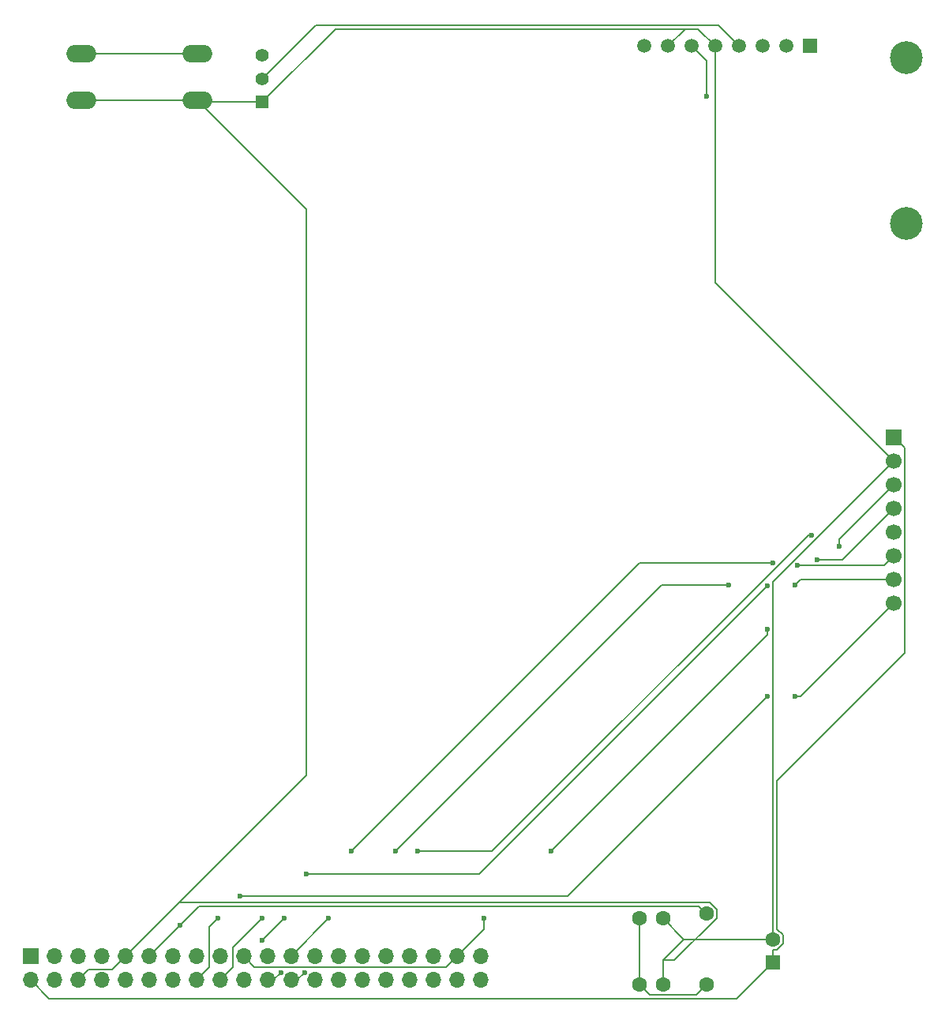
<source format=gbr>
%TF.GenerationSoftware,KiCad,Pcbnew,9.0.2*%
%TF.CreationDate,2025-06-25T13:35:58-04:00*%
%TF.ProjectId,PaperCam_Kicad,50617065-7243-4616-9d5f-4b696361642e,rev?*%
%TF.SameCoordinates,Original*%
%TF.FileFunction,Copper,L1,Top*%
%TF.FilePolarity,Positive*%
%FSLAX46Y46*%
G04 Gerber Fmt 4.6, Leading zero omitted, Abs format (unit mm)*
G04 Created by KiCad (PCBNEW 9.0.2) date 2025-06-25 13:35:58*
%MOMM*%
%LPD*%
G01*
G04 APERTURE LIST*
G04 Aperture macros list*
%AMRoundRect*
0 Rectangle with rounded corners*
0 $1 Rounding radius*
0 $2 $3 $4 $5 $6 $7 $8 $9 X,Y pos of 4 corners*
0 Add a 4 corners polygon primitive as box body*
4,1,4,$2,$3,$4,$5,$6,$7,$8,$9,$2,$3,0*
0 Add four circle primitives for the rounded corners*
1,1,$1+$1,$2,$3*
1,1,$1+$1,$4,$5*
1,1,$1+$1,$6,$7*
1,1,$1+$1,$8,$9*
0 Add four rect primitives between the rounded corners*
20,1,$1+$1,$2,$3,$4,$5,0*
20,1,$1+$1,$4,$5,$6,$7,0*
20,1,$1+$1,$6,$7,$8,$9,0*
20,1,$1+$1,$8,$9,$2,$3,0*%
G04 Aperture macros list end*
%TA.AperFunction,ComponentPad*%
%ADD10C,1.600000*%
%TD*%
%TA.AperFunction,ComponentPad*%
%ADD11RoundRect,0.250000X0.550000X-0.550000X0.550000X0.550000X-0.550000X0.550000X-0.550000X-0.550000X0*%
%TD*%
%TA.AperFunction,ComponentPad*%
%ADD12R,1.700000X1.700000*%
%TD*%
%TA.AperFunction,ComponentPad*%
%ADD13O,1.700000X1.700000*%
%TD*%
%TA.AperFunction,ComponentPad*%
%ADD14R,1.508000X1.508000*%
%TD*%
%TA.AperFunction,ComponentPad*%
%ADD15C,1.508000*%
%TD*%
%TA.AperFunction,ComponentPad*%
%ADD16C,3.516000*%
%TD*%
%TA.AperFunction,ComponentPad*%
%ADD17R,1.408000X1.408000*%
%TD*%
%TA.AperFunction,ComponentPad*%
%ADD18C,1.408000*%
%TD*%
%TA.AperFunction,ComponentPad*%
%ADD19C,1.700000*%
%TD*%
%TA.AperFunction,ComponentPad*%
%ADD20O,3.200000X1.900000*%
%TD*%
%TA.AperFunction,ViaPad*%
%ADD21C,0.600000*%
%TD*%
%TA.AperFunction,Conductor*%
%ADD22C,0.200000*%
%TD*%
G04 APERTURE END LIST*
D10*
%TO.P,C1,1*%
%TO.N,+3V3*%
X76200000Y-104775000D03*
%TO.P,C1,2*%
%TO.N,GND*%
X78700000Y-104775000D03*
%TD*%
D11*
%TO.P,C3,1*%
%TO.N,+5V*%
X90487500Y-102393750D03*
D10*
%TO.P,C3,2*%
%TO.N,GND*%
X90487500Y-99893750D03*
%TD*%
%TO.P,R1,1*%
%TO.N,Net-(CameraButton1-Pad1)*%
X83343750Y-97155000D03*
%TO.P,R1,2*%
%TO.N,+3V3*%
X83343750Y-104775000D03*
%TD*%
%TO.P,C2,1*%
%TO.N,+3V3*%
X76200000Y-97631250D03*
%TO.P,C2,2*%
%TO.N,GND*%
X78700000Y-97631250D03*
%TD*%
D12*
%TO.P,RaspberryPiGPIO1,1,1*%
%TO.N,+3V3*%
X10863750Y-101742500D03*
D13*
%TO.P,RaspberryPiGPIO1,2,2*%
%TO.N,+5V*%
X10863750Y-104282500D03*
%TO.P,RaspberryPiGPIO1,3,3*%
%TO.N,unconnected-(RaspberryPiGPIO1-Pad3)*%
X13403750Y-101742500D03*
%TO.P,RaspberryPiGPIO1,4,4*%
%TO.N,unconnected-(RaspberryPiGPIO1-Pad4)*%
X13403750Y-104282500D03*
%TO.P,RaspberryPiGPIO1,5,5*%
%TO.N,unconnected-(RaspberryPiGPIO1-Pad5)*%
X15943750Y-101742500D03*
%TO.P,RaspberryPiGPIO1,6,6*%
%TO.N,GND*%
X15943750Y-104282500D03*
%TO.P,RaspberryPiGPIO1,7,7*%
%TO.N,unconnected-(RaspberryPiGPIO1-Pad7)*%
X18483750Y-101742500D03*
%TO.P,RaspberryPiGPIO1,8,8*%
%TO.N,unconnected-(RaspberryPiGPIO1-Pad8)*%
X18483750Y-104282500D03*
%TO.P,RaspberryPiGPIO1,9,9*%
%TO.N,GND*%
X21023750Y-101742500D03*
%TO.P,RaspberryPiGPIO1,10,10*%
%TO.N,unconnected-(RaspberryPiGPIO1-Pad10)*%
X21023750Y-104282500D03*
%TO.P,RaspberryPiGPIO1,11,11*%
%TO.N,Net-(CameraButton1-Pad1)*%
X23563750Y-101742500D03*
%TO.P,RaspberryPiGPIO1,12,12*%
%TO.N,unconnected-(RaspberryPiGPIO1-Pad12)*%
X23563750Y-104282500D03*
%TO.P,RaspberryPiGPIO1,13,13*%
%TO.N,unconnected-(RaspberryPiGPIO1-Pad13)*%
X26103750Y-101742500D03*
%TO.P,RaspberryPiGPIO1,14,14*%
%TO.N,unconnected-(RaspberryPiGPIO1-Pad14)*%
X26103750Y-104282500D03*
%TO.P,RaspberryPiGPIO1,15,15*%
%TO.N,unconnected-(RaspberryPiGPIO1-Pad15)*%
X28643750Y-101742500D03*
%TO.P,RaspberryPiGPIO1,16,16*%
%TO.N,/BUSY*%
X28643750Y-104282500D03*
%TO.P,RaspberryPiGPIO1,17,17*%
%TO.N,unconnected-(RaspberryPiGPIO1-Pad17)*%
X31183750Y-101742500D03*
%TO.P,RaspberryPiGPIO1,18,18*%
%TO.N,/RST*%
X31183750Y-104282500D03*
%TO.P,RaspberryPiGPIO1,19,19*%
%TO.N,/DIN*%
X33723750Y-101742500D03*
%TO.P,RaspberryPiGPIO1,20,20*%
%TO.N,unconnected-(RaspberryPiGPIO1-Pad20)*%
X33723750Y-104282500D03*
%TO.P,RaspberryPiGPIO1,21,21*%
%TO.N,unconnected-(RaspberryPiGPIO1-Pad21)*%
X36263750Y-101742500D03*
%TO.P,RaspberryPiGPIO1,22,22*%
%TO.N,/DC*%
X36263750Y-104282500D03*
%TO.P,RaspberryPiGPIO1,23,23*%
%TO.N,/CLK*%
X38803750Y-101742500D03*
%TO.P,RaspberryPiGPIO1,24,24*%
%TO.N,/CS*%
X38803750Y-104282500D03*
%TO.P,RaspberryPiGPIO1,25,25*%
%TO.N,unconnected-(RaspberryPiGPIO1-Pad25)*%
X41343750Y-101742500D03*
%TO.P,RaspberryPiGPIO1,26,26*%
%TO.N,unconnected-(RaspberryPiGPIO1-Pad26)*%
X41343750Y-104282500D03*
%TO.P,RaspberryPiGPIO1,27,27*%
%TO.N,unconnected-(RaspberryPiGPIO1-Pad27)*%
X43883750Y-101742500D03*
%TO.P,RaspberryPiGPIO1,28,28*%
%TO.N,unconnected-(RaspberryPiGPIO1-Pad28)*%
X43883750Y-104282500D03*
%TO.P,RaspberryPiGPIO1,29,29*%
%TO.N,unconnected-(RaspberryPiGPIO1-Pad29)*%
X46423750Y-101742500D03*
%TO.P,RaspberryPiGPIO1,30,30*%
%TO.N,unconnected-(RaspberryPiGPIO1-Pad30)*%
X46423750Y-104282500D03*
%TO.P,RaspberryPiGPIO1,31,31*%
%TO.N,unconnected-(RaspberryPiGPIO1-Pad31)*%
X48963750Y-101742500D03*
%TO.P,RaspberryPiGPIO1,32,32*%
%TO.N,unconnected-(RaspberryPiGPIO1-Pad32)*%
X48963750Y-104282500D03*
%TO.P,RaspberryPiGPIO1,33,33*%
%TO.N,unconnected-(RaspberryPiGPIO1-Pad33)*%
X51503750Y-101742500D03*
%TO.P,RaspberryPiGPIO1,34,34*%
%TO.N,unconnected-(RaspberryPiGPIO1-Pad34)*%
X51503750Y-104282500D03*
%TO.P,RaspberryPiGPIO1,35,35*%
%TO.N,unconnected-(RaspberryPiGPIO1-Pad35)*%
X54043750Y-101742500D03*
%TO.P,RaspberryPiGPIO1,36,36*%
%TO.N,unconnected-(RaspberryPiGPIO1-Pad36)*%
X54043750Y-104282500D03*
%TO.P,RaspberryPiGPIO1,37,37*%
%TO.N,/DIN*%
X56583750Y-101742500D03*
%TO.P,RaspberryPiGPIO1,38,38*%
%TO.N,unconnected-(RaspberryPiGPIO1-Pad38)*%
X56583750Y-104282500D03*
%TO.P,RaspberryPiGPIO1,39,39*%
%TO.N,unconnected-(RaspberryPiGPIO1-Pad39)*%
X59123750Y-101742500D03*
%TO.P,RaspberryPiGPIO1,40,40*%
%TO.N,unconnected-(RaspberryPiGPIO1-Pad40)*%
X59123750Y-104282500D03*
%TD*%
D14*
%TO.P,U1,1,VBUS*%
%TO.N,unconnected-(U1-VBUS-Pad1)*%
X94488000Y-4127500D03*
D15*
%TO.P,U1,2,VLIPO*%
%TO.N,unconnected-(U1-VLIPO-Pad2)*%
X91948000Y-4127500D03*
%TO.P,U1,3,VBAT*%
%TO.N,unconnected-(U1-VBAT-Pad3)*%
X89408000Y-4127500D03*
%TO.P,U1,4,EN*%
%TO.N,Net-(PowerSwitch1-B)*%
X86868000Y-4127500D03*
%TO.P,U1,5,GND*%
%TO.N,GND*%
X84328000Y-4127500D03*
%TO.P,U1,6,LBO*%
%TO.N,/DIN*%
X81788000Y-4127500D03*
%TO.P,U1,7,GND*%
%TO.N,GND*%
X79248000Y-4127500D03*
%TO.P,U1,8,5V*%
%TO.N,+5V*%
X76708000Y-4127500D03*
D16*
%TO.P,U1,P1*%
%TO.N,N/C*%
X104775000Y-5397500D03*
%TO.P,U1,P2*%
X104775000Y-23177500D03*
%TD*%
D17*
%TO.P,PowerSwitch1,1,A*%
%TO.N,GND*%
X35694745Y-10142305D03*
D18*
%TO.P,PowerSwitch1,2,B*%
%TO.N,Net-(PowerSwitch1-B)*%
X35694745Y-7642305D03*
%TO.P,PowerSwitch1,3,C*%
%TO.N,unconnected-(PowerSwitch1-C-Pad3)*%
X35694745Y-5142305D03*
%TD*%
D12*
%TO.P,Display1,1,Pin_1*%
%TO.N,+5V*%
X103460219Y-46071437D03*
D19*
%TO.P,Display1,2,Pin_2*%
%TO.N,GND*%
X103460219Y-48611437D03*
%TO.P,Display1,3,Pin_3*%
%TO.N,/DIN*%
X103460219Y-51151437D03*
%TO.P,Display1,4,Pin_4*%
%TO.N,/CLK*%
X103460219Y-53691437D03*
%TO.P,Display1,5,Pin_5*%
%TO.N,/CS*%
X103460219Y-56231437D03*
%TO.P,Display1,6,Pin_6*%
%TO.N,/DC*%
X103460219Y-58771437D03*
%TO.P,Display1,7,Pin_7*%
%TO.N,/RST*%
X103460219Y-61311437D03*
%TO.P,Display1,8,Pin_8*%
%TO.N,/BUSY*%
X103460219Y-63851437D03*
%TD*%
D20*
%TO.P,CameraButton1,1,1*%
%TO.N,Net-(CameraButton1-Pad1)*%
X28791828Y-4908870D03*
X16291828Y-4908870D03*
%TO.P,CameraButton1,2,2*%
%TO.N,GND*%
X28791828Y-9908870D03*
X16291828Y-9908870D03*
%TD*%
D21*
%TO.N,Net-(CameraButton1-Pad1)*%
X26934375Y-98371875D03*
%TO.N,/DC*%
X35718750Y-100012500D03*
X45243750Y-90487500D03*
X90487500Y-59531250D03*
X37708313Y-103493500D03*
X93128843Y-59791343D03*
X38100000Y-97631250D03*
%TO.N,/BUSY*%
X30956250Y-97631250D03*
X89887500Y-73818750D03*
X92868750Y-73818750D03*
X33337500Y-95250000D03*
%TO.N,/CS*%
X94661563Y-56561563D03*
X40248314Y-103493500D03*
X52387500Y-90487500D03*
%TO.N,/CLK*%
X50006250Y-90487500D03*
X95250000Y-59191343D03*
X42862500Y-97631250D03*
X85725000Y-61912500D03*
%TO.N,/RST*%
X89887500Y-61964274D03*
X92868750Y-61912500D03*
X35718750Y-97631250D03*
X40481250Y-92868750D03*
%TO.N,/DIN*%
X97631250Y-57750000D03*
X89887500Y-66675000D03*
X83343750Y-9525000D03*
X59531250Y-97631250D03*
X66675000Y-90487500D03*
%TD*%
D22*
%TO.N,+5V*%
X90487500Y-102393750D02*
X90487500Y-100994750D01*
X90487500Y-100994750D02*
X90943550Y-100994750D01*
X90943550Y-100994750D02*
X91588500Y-100349800D01*
X91588500Y-100349800D02*
X91588500Y-99437700D01*
X91588500Y-99437700D02*
X90943550Y-98792750D01*
X90943550Y-98792750D02*
X90888500Y-98792750D01*
X90888500Y-98792750D02*
X90888500Y-82942750D01*
X90888500Y-82942750D02*
X104611219Y-69220031D01*
X104611219Y-69220031D02*
X104611219Y-47222437D01*
X104611219Y-47222437D02*
X103460219Y-46071437D01*
%TO.N,+3V3*%
X77301000Y-105876000D02*
X82242750Y-105876000D01*
X82242750Y-105876000D02*
X83343750Y-104775000D01*
X76200000Y-104775000D02*
X76200000Y-97631250D01*
X76200000Y-104775000D02*
X77301000Y-105876000D01*
%TO.N,GND*%
X78700000Y-102156250D02*
X79899550Y-102156250D01*
X81101500Y-2274000D02*
X82474500Y-2274000D01*
X79899550Y-102156250D02*
X84444750Y-97611050D01*
X82474500Y-2274000D02*
X43563050Y-2274000D01*
X26812249Y-95954001D02*
X21023750Y-101742500D01*
X84328000Y-4127500D02*
X82474500Y-2274000D01*
X84328000Y-29479218D02*
X103460219Y-48611437D01*
X84444750Y-97611050D02*
X84444750Y-96698950D01*
X84444750Y-96698950D02*
X83699801Y-95954001D01*
X84328000Y-4127500D02*
X84328000Y-29479218D01*
X28791828Y-9908870D02*
X40481250Y-21598292D01*
X90487500Y-61584156D02*
X90487500Y-99893750D01*
X40481250Y-21598292D02*
X40481250Y-82285000D01*
X78700000Y-102156250D02*
X80962500Y-99893750D01*
X15943750Y-104282500D02*
X17094750Y-103131500D01*
X19634750Y-103131500D02*
X21023750Y-101742500D01*
X103460219Y-48611437D02*
X90487500Y-61584156D01*
X79248000Y-4127500D02*
X81101500Y-2274000D01*
X90487500Y-99893750D02*
X80962500Y-99893750D01*
X17094750Y-103131500D02*
X19634750Y-103131500D01*
X83699801Y-95954001D02*
X26812249Y-95954001D01*
X40481250Y-82285000D02*
X21023750Y-101742500D01*
X29025263Y-10142305D02*
X28791828Y-9908870D01*
X43563050Y-2274000D02*
X35694745Y-10142305D01*
X28791828Y-9908870D02*
X16291828Y-9908870D01*
X78700000Y-104775000D02*
X78700000Y-102156250D01*
X35694745Y-10142305D02*
X29025263Y-10142305D01*
X80962500Y-99893750D02*
X78700000Y-97631250D01*
%TO.N,+5V*%
X90487500Y-102393750D02*
X86604250Y-106277000D01*
X12858250Y-106277000D02*
X10863750Y-104282500D01*
X12858250Y-106277000D02*
X86604250Y-106277000D01*
%TO.N,Net-(CameraButton1-Pad1)*%
X83343750Y-97155000D02*
X82543751Y-96355001D01*
X82543751Y-96355001D02*
X28951249Y-96355001D01*
X28951249Y-96355001D02*
X26934375Y-98371875D01*
X26934375Y-98371875D02*
X23563750Y-101742500D01*
X16291828Y-4908870D02*
X28791828Y-4908870D01*
%TO.N,/DC*%
X102440313Y-59791343D02*
X103460219Y-58771437D01*
X36919313Y-104282500D02*
X37708313Y-103493500D01*
X76200000Y-59531250D02*
X90487500Y-59531250D01*
X93128843Y-59791343D02*
X102440313Y-59791343D01*
X45243750Y-90487500D02*
X76200000Y-59531250D01*
X36263750Y-104282500D02*
X36919313Y-104282500D01*
X35718750Y-100012500D02*
X38100000Y-97631250D01*
%TO.N,/BUSY*%
X33337500Y-95250000D02*
X68456250Y-95250000D01*
X68456250Y-95250000D02*
X89887500Y-73818750D01*
X93492906Y-73818750D02*
X103460219Y-63851437D01*
X30032750Y-98554750D02*
X30956250Y-97631250D01*
X28643750Y-104282500D02*
X30032750Y-102893500D01*
X30032750Y-102893500D02*
X30032750Y-98554750D01*
X92868750Y-73818750D02*
X93492906Y-73818750D01*
%TO.N,/CS*%
X39459314Y-104282500D02*
X40248314Y-103493500D01*
X52387500Y-90487500D02*
X60381193Y-90487500D01*
X38803750Y-104282500D02*
X39459314Y-104282500D01*
X60381193Y-90487500D02*
X94307130Y-56561563D01*
X94307130Y-56561563D02*
X94661563Y-56561563D01*
%TO.N,/CLK*%
X38803750Y-101742500D02*
X42862500Y-97683750D01*
X42862500Y-97683750D02*
X42862500Y-97631250D01*
X78581250Y-61912500D02*
X85725000Y-61912500D01*
X97960313Y-59191343D02*
X103460219Y-53691437D01*
X50006250Y-90487500D02*
X78581250Y-61912500D01*
X95250000Y-59191343D02*
X97960313Y-59191343D01*
%TO.N,/RST*%
X31183750Y-104282500D02*
X32572750Y-102893500D01*
X32572750Y-102893500D02*
X32572750Y-100777250D01*
X40481250Y-92868750D02*
X58983024Y-92868750D01*
X58983024Y-92868750D02*
X89887500Y-61964274D01*
X32572750Y-100777250D02*
X35718750Y-97631250D01*
X93469813Y-61311437D02*
X103460219Y-61311437D01*
X92868750Y-61912500D02*
X93469813Y-61311437D01*
%TO.N,/DIN*%
X83343750Y-5683250D02*
X83343750Y-9525000D01*
X89887500Y-67275000D02*
X89887500Y-66675000D01*
X97631250Y-56980406D02*
X103460219Y-51151437D01*
X55432750Y-102893500D02*
X56583750Y-101742500D01*
X97631250Y-57750000D02*
X97631250Y-56980406D01*
X81788000Y-4127500D02*
X83343750Y-5683250D01*
X34874750Y-102893500D02*
X55432750Y-102893500D01*
X66675000Y-90487500D02*
X89887500Y-67275000D01*
X33723750Y-101742500D02*
X34874750Y-102893500D01*
X59531250Y-98795000D02*
X59531250Y-97631250D01*
X56583750Y-101742500D02*
X59531250Y-98795000D01*
%TO.N,Net-(PowerSwitch1-B)*%
X41464050Y-1873000D02*
X84613500Y-1873000D01*
X35694745Y-7642305D02*
X41464050Y-1873000D01*
X84613500Y-1873000D02*
X86868000Y-4127500D01*
%TD*%
M02*

</source>
